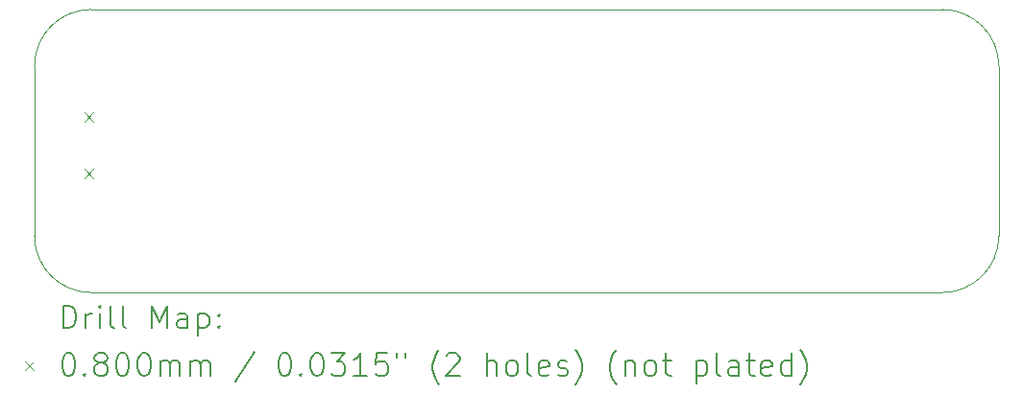
<source format=gbr>
%TF.GenerationSoftware,KiCad,Pcbnew,(6.0.11)*%
%TF.CreationDate,2023-08-09T20:09:51+02:00*%
%TF.ProjectId,Box_domotique_A,426f785f-646f-46d6-9f74-697175655f41,rev?*%
%TF.SameCoordinates,Original*%
%TF.FileFunction,Drillmap*%
%TF.FilePolarity,Positive*%
%FSLAX45Y45*%
G04 Gerber Fmt 4.5, Leading zero omitted, Abs format (unit mm)*
G04 Created by KiCad (PCBNEW (6.0.11)) date 2023-08-09 20:09:51*
%MOMM*%
%LPD*%
G01*
G04 APERTURE LIST*
%ADD10C,0.100000*%
%ADD11C,0.200000*%
%ADD12C,0.080000*%
G04 APERTURE END LIST*
D10*
X8000000Y-8000000D02*
X8000000Y-6500000D01*
X8500000Y-6000000D02*
G75*
G03*
X8000000Y-6500000I0J-500000D01*
G01*
X16500000Y-6500000D02*
G75*
G03*
X16000000Y-6000000I-500000J0D01*
G01*
X8000000Y-8000000D02*
G75*
G03*
X8500000Y-8500000I500000J0D01*
G01*
X16000000Y-8500000D02*
X8500000Y-8500000D01*
X16000000Y-8500000D02*
G75*
G03*
X16500000Y-8000000I0J500000D01*
G01*
X16500000Y-6500000D02*
X16500000Y-8000000D01*
X8500000Y-6000000D02*
X16000000Y-6000000D01*
D11*
D12*
X8440000Y-6910000D02*
X8520000Y-6990000D01*
X8520000Y-6910000D02*
X8440000Y-6990000D01*
X8440000Y-7410000D02*
X8520000Y-7490000D01*
X8520000Y-7410000D02*
X8440000Y-7490000D01*
D11*
X8252619Y-8815476D02*
X8252619Y-8615476D01*
X8300238Y-8615476D01*
X8328809Y-8625000D01*
X8347857Y-8644048D01*
X8357381Y-8663095D01*
X8366905Y-8701190D01*
X8366905Y-8729762D01*
X8357381Y-8767857D01*
X8347857Y-8786905D01*
X8328809Y-8805952D01*
X8300238Y-8815476D01*
X8252619Y-8815476D01*
X8452619Y-8815476D02*
X8452619Y-8682143D01*
X8452619Y-8720238D02*
X8462143Y-8701190D01*
X8471667Y-8691667D01*
X8490714Y-8682143D01*
X8509762Y-8682143D01*
X8576429Y-8815476D02*
X8576429Y-8682143D01*
X8576429Y-8615476D02*
X8566905Y-8625000D01*
X8576429Y-8634524D01*
X8585952Y-8625000D01*
X8576429Y-8615476D01*
X8576429Y-8634524D01*
X8700238Y-8815476D02*
X8681190Y-8805952D01*
X8671667Y-8786905D01*
X8671667Y-8615476D01*
X8805000Y-8815476D02*
X8785952Y-8805952D01*
X8776429Y-8786905D01*
X8776429Y-8615476D01*
X9033571Y-8815476D02*
X9033571Y-8615476D01*
X9100238Y-8758333D01*
X9166905Y-8615476D01*
X9166905Y-8815476D01*
X9347857Y-8815476D02*
X9347857Y-8710714D01*
X9338333Y-8691667D01*
X9319286Y-8682143D01*
X9281190Y-8682143D01*
X9262143Y-8691667D01*
X9347857Y-8805952D02*
X9328810Y-8815476D01*
X9281190Y-8815476D01*
X9262143Y-8805952D01*
X9252619Y-8786905D01*
X9252619Y-8767857D01*
X9262143Y-8748810D01*
X9281190Y-8739286D01*
X9328810Y-8739286D01*
X9347857Y-8729762D01*
X9443095Y-8682143D02*
X9443095Y-8882143D01*
X9443095Y-8691667D02*
X9462143Y-8682143D01*
X9500238Y-8682143D01*
X9519286Y-8691667D01*
X9528810Y-8701190D01*
X9538333Y-8720238D01*
X9538333Y-8777381D01*
X9528810Y-8796429D01*
X9519286Y-8805952D01*
X9500238Y-8815476D01*
X9462143Y-8815476D01*
X9443095Y-8805952D01*
X9624048Y-8796429D02*
X9633571Y-8805952D01*
X9624048Y-8815476D01*
X9614524Y-8805952D01*
X9624048Y-8796429D01*
X9624048Y-8815476D01*
X9624048Y-8691667D02*
X9633571Y-8701190D01*
X9624048Y-8710714D01*
X9614524Y-8701190D01*
X9624048Y-8691667D01*
X9624048Y-8710714D01*
D12*
X7915000Y-9105000D02*
X7995000Y-9185000D01*
X7995000Y-9105000D02*
X7915000Y-9185000D01*
D11*
X8290714Y-9035476D02*
X8309762Y-9035476D01*
X8328809Y-9045000D01*
X8338333Y-9054524D01*
X8347857Y-9073571D01*
X8357381Y-9111667D01*
X8357381Y-9159286D01*
X8347857Y-9197381D01*
X8338333Y-9216429D01*
X8328809Y-9225952D01*
X8309762Y-9235476D01*
X8290714Y-9235476D01*
X8271667Y-9225952D01*
X8262143Y-9216429D01*
X8252619Y-9197381D01*
X8243095Y-9159286D01*
X8243095Y-9111667D01*
X8252619Y-9073571D01*
X8262143Y-9054524D01*
X8271667Y-9045000D01*
X8290714Y-9035476D01*
X8443095Y-9216429D02*
X8452619Y-9225952D01*
X8443095Y-9235476D01*
X8433571Y-9225952D01*
X8443095Y-9216429D01*
X8443095Y-9235476D01*
X8566905Y-9121190D02*
X8547857Y-9111667D01*
X8538333Y-9102143D01*
X8528810Y-9083095D01*
X8528810Y-9073571D01*
X8538333Y-9054524D01*
X8547857Y-9045000D01*
X8566905Y-9035476D01*
X8605000Y-9035476D01*
X8624048Y-9045000D01*
X8633571Y-9054524D01*
X8643095Y-9073571D01*
X8643095Y-9083095D01*
X8633571Y-9102143D01*
X8624048Y-9111667D01*
X8605000Y-9121190D01*
X8566905Y-9121190D01*
X8547857Y-9130714D01*
X8538333Y-9140238D01*
X8528810Y-9159286D01*
X8528810Y-9197381D01*
X8538333Y-9216429D01*
X8547857Y-9225952D01*
X8566905Y-9235476D01*
X8605000Y-9235476D01*
X8624048Y-9225952D01*
X8633571Y-9216429D01*
X8643095Y-9197381D01*
X8643095Y-9159286D01*
X8633571Y-9140238D01*
X8624048Y-9130714D01*
X8605000Y-9121190D01*
X8766905Y-9035476D02*
X8785952Y-9035476D01*
X8805000Y-9045000D01*
X8814524Y-9054524D01*
X8824048Y-9073571D01*
X8833571Y-9111667D01*
X8833571Y-9159286D01*
X8824048Y-9197381D01*
X8814524Y-9216429D01*
X8805000Y-9225952D01*
X8785952Y-9235476D01*
X8766905Y-9235476D01*
X8747857Y-9225952D01*
X8738333Y-9216429D01*
X8728810Y-9197381D01*
X8719286Y-9159286D01*
X8719286Y-9111667D01*
X8728810Y-9073571D01*
X8738333Y-9054524D01*
X8747857Y-9045000D01*
X8766905Y-9035476D01*
X8957381Y-9035476D02*
X8976429Y-9035476D01*
X8995476Y-9045000D01*
X9005000Y-9054524D01*
X9014524Y-9073571D01*
X9024048Y-9111667D01*
X9024048Y-9159286D01*
X9014524Y-9197381D01*
X9005000Y-9216429D01*
X8995476Y-9225952D01*
X8976429Y-9235476D01*
X8957381Y-9235476D01*
X8938333Y-9225952D01*
X8928810Y-9216429D01*
X8919286Y-9197381D01*
X8909762Y-9159286D01*
X8909762Y-9111667D01*
X8919286Y-9073571D01*
X8928810Y-9054524D01*
X8938333Y-9045000D01*
X8957381Y-9035476D01*
X9109762Y-9235476D02*
X9109762Y-9102143D01*
X9109762Y-9121190D02*
X9119286Y-9111667D01*
X9138333Y-9102143D01*
X9166905Y-9102143D01*
X9185952Y-9111667D01*
X9195476Y-9130714D01*
X9195476Y-9235476D01*
X9195476Y-9130714D02*
X9205000Y-9111667D01*
X9224048Y-9102143D01*
X9252619Y-9102143D01*
X9271667Y-9111667D01*
X9281190Y-9130714D01*
X9281190Y-9235476D01*
X9376429Y-9235476D02*
X9376429Y-9102143D01*
X9376429Y-9121190D02*
X9385952Y-9111667D01*
X9405000Y-9102143D01*
X9433571Y-9102143D01*
X9452619Y-9111667D01*
X9462143Y-9130714D01*
X9462143Y-9235476D01*
X9462143Y-9130714D02*
X9471667Y-9111667D01*
X9490714Y-9102143D01*
X9519286Y-9102143D01*
X9538333Y-9111667D01*
X9547857Y-9130714D01*
X9547857Y-9235476D01*
X9938333Y-9025952D02*
X9766905Y-9283095D01*
X10195476Y-9035476D02*
X10214524Y-9035476D01*
X10233571Y-9045000D01*
X10243095Y-9054524D01*
X10252619Y-9073571D01*
X10262143Y-9111667D01*
X10262143Y-9159286D01*
X10252619Y-9197381D01*
X10243095Y-9216429D01*
X10233571Y-9225952D01*
X10214524Y-9235476D01*
X10195476Y-9235476D01*
X10176429Y-9225952D01*
X10166905Y-9216429D01*
X10157381Y-9197381D01*
X10147857Y-9159286D01*
X10147857Y-9111667D01*
X10157381Y-9073571D01*
X10166905Y-9054524D01*
X10176429Y-9045000D01*
X10195476Y-9035476D01*
X10347857Y-9216429D02*
X10357381Y-9225952D01*
X10347857Y-9235476D01*
X10338333Y-9225952D01*
X10347857Y-9216429D01*
X10347857Y-9235476D01*
X10481190Y-9035476D02*
X10500238Y-9035476D01*
X10519286Y-9045000D01*
X10528810Y-9054524D01*
X10538333Y-9073571D01*
X10547857Y-9111667D01*
X10547857Y-9159286D01*
X10538333Y-9197381D01*
X10528810Y-9216429D01*
X10519286Y-9225952D01*
X10500238Y-9235476D01*
X10481190Y-9235476D01*
X10462143Y-9225952D01*
X10452619Y-9216429D01*
X10443095Y-9197381D01*
X10433571Y-9159286D01*
X10433571Y-9111667D01*
X10443095Y-9073571D01*
X10452619Y-9054524D01*
X10462143Y-9045000D01*
X10481190Y-9035476D01*
X10614524Y-9035476D02*
X10738333Y-9035476D01*
X10671667Y-9111667D01*
X10700238Y-9111667D01*
X10719286Y-9121190D01*
X10728810Y-9130714D01*
X10738333Y-9149762D01*
X10738333Y-9197381D01*
X10728810Y-9216429D01*
X10719286Y-9225952D01*
X10700238Y-9235476D01*
X10643095Y-9235476D01*
X10624048Y-9225952D01*
X10614524Y-9216429D01*
X10928810Y-9235476D02*
X10814524Y-9235476D01*
X10871667Y-9235476D02*
X10871667Y-9035476D01*
X10852619Y-9064048D01*
X10833571Y-9083095D01*
X10814524Y-9092619D01*
X11109762Y-9035476D02*
X11014524Y-9035476D01*
X11005000Y-9130714D01*
X11014524Y-9121190D01*
X11033571Y-9111667D01*
X11081190Y-9111667D01*
X11100238Y-9121190D01*
X11109762Y-9130714D01*
X11119286Y-9149762D01*
X11119286Y-9197381D01*
X11109762Y-9216429D01*
X11100238Y-9225952D01*
X11081190Y-9235476D01*
X11033571Y-9235476D01*
X11014524Y-9225952D01*
X11005000Y-9216429D01*
X11195476Y-9035476D02*
X11195476Y-9073571D01*
X11271667Y-9035476D02*
X11271667Y-9073571D01*
X11566905Y-9311667D02*
X11557381Y-9302143D01*
X11538333Y-9273571D01*
X11528809Y-9254524D01*
X11519286Y-9225952D01*
X11509762Y-9178333D01*
X11509762Y-9140238D01*
X11519286Y-9092619D01*
X11528809Y-9064048D01*
X11538333Y-9045000D01*
X11557381Y-9016429D01*
X11566905Y-9006905D01*
X11633571Y-9054524D02*
X11643095Y-9045000D01*
X11662143Y-9035476D01*
X11709762Y-9035476D01*
X11728809Y-9045000D01*
X11738333Y-9054524D01*
X11747857Y-9073571D01*
X11747857Y-9092619D01*
X11738333Y-9121190D01*
X11624048Y-9235476D01*
X11747857Y-9235476D01*
X11985952Y-9235476D02*
X11985952Y-9035476D01*
X12071667Y-9235476D02*
X12071667Y-9130714D01*
X12062143Y-9111667D01*
X12043095Y-9102143D01*
X12014524Y-9102143D01*
X11995476Y-9111667D01*
X11985952Y-9121190D01*
X12195476Y-9235476D02*
X12176428Y-9225952D01*
X12166905Y-9216429D01*
X12157381Y-9197381D01*
X12157381Y-9140238D01*
X12166905Y-9121190D01*
X12176428Y-9111667D01*
X12195476Y-9102143D01*
X12224048Y-9102143D01*
X12243095Y-9111667D01*
X12252619Y-9121190D01*
X12262143Y-9140238D01*
X12262143Y-9197381D01*
X12252619Y-9216429D01*
X12243095Y-9225952D01*
X12224048Y-9235476D01*
X12195476Y-9235476D01*
X12376428Y-9235476D02*
X12357381Y-9225952D01*
X12347857Y-9206905D01*
X12347857Y-9035476D01*
X12528809Y-9225952D02*
X12509762Y-9235476D01*
X12471667Y-9235476D01*
X12452619Y-9225952D01*
X12443095Y-9206905D01*
X12443095Y-9130714D01*
X12452619Y-9111667D01*
X12471667Y-9102143D01*
X12509762Y-9102143D01*
X12528809Y-9111667D01*
X12538333Y-9130714D01*
X12538333Y-9149762D01*
X12443095Y-9168810D01*
X12614524Y-9225952D02*
X12633571Y-9235476D01*
X12671667Y-9235476D01*
X12690714Y-9225952D01*
X12700238Y-9206905D01*
X12700238Y-9197381D01*
X12690714Y-9178333D01*
X12671667Y-9168810D01*
X12643095Y-9168810D01*
X12624048Y-9159286D01*
X12614524Y-9140238D01*
X12614524Y-9130714D01*
X12624048Y-9111667D01*
X12643095Y-9102143D01*
X12671667Y-9102143D01*
X12690714Y-9111667D01*
X12766905Y-9311667D02*
X12776428Y-9302143D01*
X12795476Y-9273571D01*
X12805000Y-9254524D01*
X12814524Y-9225952D01*
X12824048Y-9178333D01*
X12824048Y-9140238D01*
X12814524Y-9092619D01*
X12805000Y-9064048D01*
X12795476Y-9045000D01*
X12776428Y-9016429D01*
X12766905Y-9006905D01*
X13128809Y-9311667D02*
X13119286Y-9302143D01*
X13100238Y-9273571D01*
X13090714Y-9254524D01*
X13081190Y-9225952D01*
X13071667Y-9178333D01*
X13071667Y-9140238D01*
X13081190Y-9092619D01*
X13090714Y-9064048D01*
X13100238Y-9045000D01*
X13119286Y-9016429D01*
X13128809Y-9006905D01*
X13205000Y-9102143D02*
X13205000Y-9235476D01*
X13205000Y-9121190D02*
X13214524Y-9111667D01*
X13233571Y-9102143D01*
X13262143Y-9102143D01*
X13281190Y-9111667D01*
X13290714Y-9130714D01*
X13290714Y-9235476D01*
X13414524Y-9235476D02*
X13395476Y-9225952D01*
X13385952Y-9216429D01*
X13376428Y-9197381D01*
X13376428Y-9140238D01*
X13385952Y-9121190D01*
X13395476Y-9111667D01*
X13414524Y-9102143D01*
X13443095Y-9102143D01*
X13462143Y-9111667D01*
X13471667Y-9121190D01*
X13481190Y-9140238D01*
X13481190Y-9197381D01*
X13471667Y-9216429D01*
X13462143Y-9225952D01*
X13443095Y-9235476D01*
X13414524Y-9235476D01*
X13538333Y-9102143D02*
X13614524Y-9102143D01*
X13566905Y-9035476D02*
X13566905Y-9206905D01*
X13576428Y-9225952D01*
X13595476Y-9235476D01*
X13614524Y-9235476D01*
X13833571Y-9102143D02*
X13833571Y-9302143D01*
X13833571Y-9111667D02*
X13852619Y-9102143D01*
X13890714Y-9102143D01*
X13909762Y-9111667D01*
X13919286Y-9121190D01*
X13928809Y-9140238D01*
X13928809Y-9197381D01*
X13919286Y-9216429D01*
X13909762Y-9225952D01*
X13890714Y-9235476D01*
X13852619Y-9235476D01*
X13833571Y-9225952D01*
X14043095Y-9235476D02*
X14024048Y-9225952D01*
X14014524Y-9206905D01*
X14014524Y-9035476D01*
X14205000Y-9235476D02*
X14205000Y-9130714D01*
X14195476Y-9111667D01*
X14176428Y-9102143D01*
X14138333Y-9102143D01*
X14119286Y-9111667D01*
X14205000Y-9225952D02*
X14185952Y-9235476D01*
X14138333Y-9235476D01*
X14119286Y-9225952D01*
X14109762Y-9206905D01*
X14109762Y-9187857D01*
X14119286Y-9168810D01*
X14138333Y-9159286D01*
X14185952Y-9159286D01*
X14205000Y-9149762D01*
X14271667Y-9102143D02*
X14347857Y-9102143D01*
X14300238Y-9035476D02*
X14300238Y-9206905D01*
X14309762Y-9225952D01*
X14328809Y-9235476D01*
X14347857Y-9235476D01*
X14490714Y-9225952D02*
X14471667Y-9235476D01*
X14433571Y-9235476D01*
X14414524Y-9225952D01*
X14405000Y-9206905D01*
X14405000Y-9130714D01*
X14414524Y-9111667D01*
X14433571Y-9102143D01*
X14471667Y-9102143D01*
X14490714Y-9111667D01*
X14500238Y-9130714D01*
X14500238Y-9149762D01*
X14405000Y-9168810D01*
X14671667Y-9235476D02*
X14671667Y-9035476D01*
X14671667Y-9225952D02*
X14652619Y-9235476D01*
X14614524Y-9235476D01*
X14595476Y-9225952D01*
X14585952Y-9216429D01*
X14576428Y-9197381D01*
X14576428Y-9140238D01*
X14585952Y-9121190D01*
X14595476Y-9111667D01*
X14614524Y-9102143D01*
X14652619Y-9102143D01*
X14671667Y-9111667D01*
X14747857Y-9311667D02*
X14757381Y-9302143D01*
X14776428Y-9273571D01*
X14785952Y-9254524D01*
X14795476Y-9225952D01*
X14805000Y-9178333D01*
X14805000Y-9140238D01*
X14795476Y-9092619D01*
X14785952Y-9064048D01*
X14776428Y-9045000D01*
X14757381Y-9016429D01*
X14747857Y-9006905D01*
M02*

</source>
